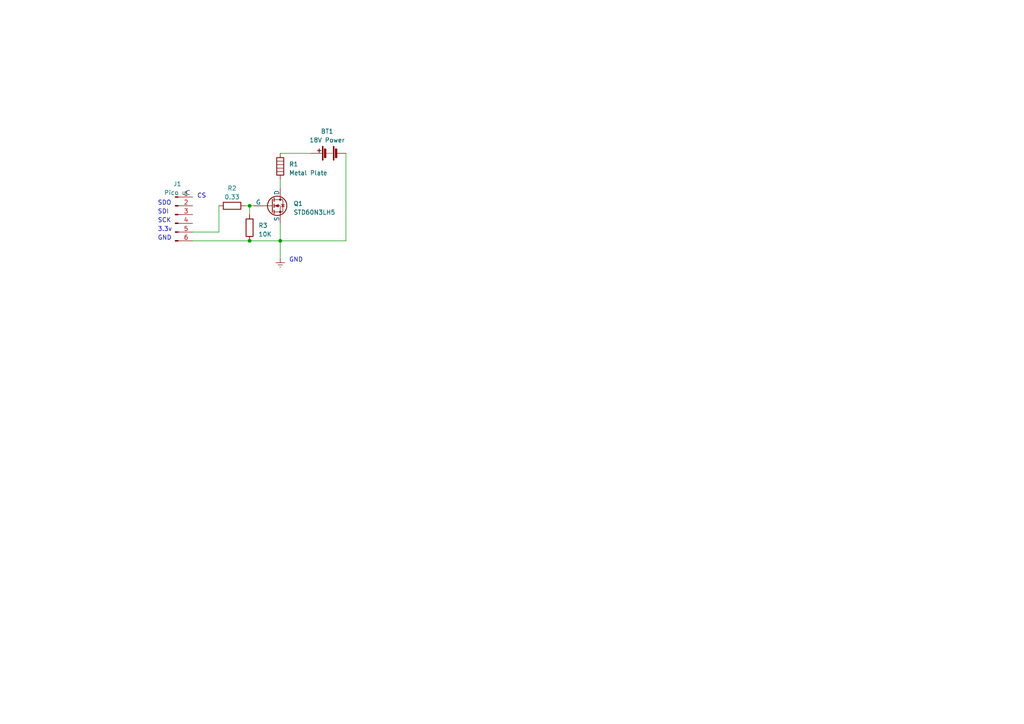
<source format=kicad_sch>
(kicad_sch (version 20230121) (generator eeschema)
  (paper "A4")
  (lib_symbols
    (symbol "Connector:Conn_01x06_Pin" (pin_names (offset 1.016) hide)
      (property "Reference" "J" (at 0 7.62 0))
      (property "Value" "Conn_01x06_Pin" (at 0 -10.16 0))
      (symbol "Conn_01x06_Pin_1_1"
        (polyline (pts (xy 1.27 -7.62) (xy 0.8636 -7.62)) (stroke (width 0.1524)))
        (polyline (pts (xy 1.27 -5.08) (xy 0.8636 -5.08)) (stroke (width 0.1524)))
        (polyline (pts (xy 1.27 -2.54) (xy 0.8636 -2.54)) (stroke (width 0.1524)))
        (polyline (pts (xy 1.27 0) (xy 0.8636 0)) (stroke (width 0.1524)))
        (polyline (pts (xy 1.27 2.54) (xy 0.8636 2.54)) (stroke (width 0.1524)))
        (polyline (pts (xy 1.27 5.08) (xy 0.8636 5.08)) (stroke (width 0.1524)))
        (rectangle (start 0.8636 -7.493) (end 0 -7.747) (stroke (width 0.1524)) (fill (type outline)))
        (rectangle (start 0.8636 -4.953) (end 0 -5.207) (stroke (width 0.1524)) (fill (type outline)))
        (rectangle (start 0.8636 -2.413) (end 0 -2.667) (stroke (width 0.1524)) (fill (type outline)))
        (rectangle (start 0.8636 0.127) (end 0 -0.127) (stroke (width 0.1524)) (fill (type outline)))
        (rectangle (start 0.8636 2.667) (end 0 2.413) (stroke (width 0.1524)) (fill (type outline)))
        (rectangle (start 0.8636 5.207) (end 0 4.953) (stroke (width 0.1524)) (fill (type outline)))
        (pin passive line (at 5.08 5.08 180) (length 3.81) (name "Pin_1") (number "1"))
        (pin passive line (at 5.08 2.54 180) (length 3.81) (name "Pin_2") (number "2"))
        (pin passive line (at 5.08 0 180) (length 3.81) (name "Pin_3") (number "3"))
        (pin passive line (at 5.08 -2.54 180) (length 3.81) (name "Pin_4") (number "4"))
        (pin passive line (at 5.08 -5.08 180) (length 3.81) (name "Pin_5") (number "5"))
        (pin passive line (at 5.08 -7.62 180) (length 3.81) (name "Pin_6") (number "6"))
      )
    )
    (symbol "Device:Battery" (pin_numbers hide) (pin_names (offset 0) hide)
      (property "Reference" "BT" (at 2.54 2.54 0))
      (property "Value" "Battery" (at 2.54 0 0))
      (symbol "Battery_0_1"
        (rectangle (start -2.032 -1.397) (end 2.032 -1.651) (fill (type outline)))
        (rectangle (start -2.032 1.778) (end 2.032 1.524) (fill (type outline)))
        (rectangle (start -1.3208 -1.9812) (end 1.27 -2.4892) (fill (type outline)))
        (rectangle (start -1.3208 1.1938) (end 1.27 0.6858) (fill (type outline)))
        (polyline (pts (xy 0 -1.524) (xy 0 -1.27)))
        (polyline (pts (xy 0 -1.016) (xy 0 -0.762)))
        (polyline (pts (xy 0 -0.508) (xy 0 -0.254)))
        (polyline (pts (xy 0 0) (xy 0 0.254)))
        (polyline (pts (xy 0 0.508) (xy 0 0.762)))
        (polyline (pts (xy 0 1.778) (xy 0 2.54)))
        (polyline (pts (xy 0.254 2.667) (xy 1.27 2.667)) (stroke (width 0.254)))
        (polyline (pts (xy 0.762 3.175) (xy 0.762 2.159)) (stroke (width 0.254)))
      )
      (symbol "Battery_1_1"
        (pin passive line (at 0 5.08 270) (length 2.54) (name "+") (number "1"))
        (pin passive line (at 0 -5.08 90) (length 2.54) (name "-") (number "2"))
      )
    )
    (symbol "Device:Heater" (pin_numbers hide) (pin_names (offset 0))
      (property "Reference" "R" (at 2.032 0 90))
      (property "Value" "Heater" (at -2.032 0 90))
      (symbol "Heater_0_1"
        (rectangle (start -1.016 -2.54) (end 1.016 2.54) (stroke (width 0.254)))
        (polyline (pts (xy -1.016 1.524) (xy 1.016 1.524)))
        (polyline (pts (xy 1.016 -1.524) (xy -1.016 -1.524)))
        (polyline (pts (xy 1.016 -0.508) (xy -1.016 -0.508)))
        (polyline (pts (xy 1.016 0.508) (xy -1.016 0.508)))
      )
      (symbol "Heater_1_1"
        (pin passive line (at 0 3.81 270) (length 1.27) (name "~") (number "1"))
        (pin passive line (at 0 -3.81 90) (length 1.27) (name "~") (number "2"))
      )
    )
    (symbol "Device:R" (pin_numbers hide) (pin_names (offset 0))
      (property "Reference" "R" (at 2.032 0 90))
      (property "Value" "R" (at 0 0 90))
      (symbol "R_0_1"
        (rectangle (start -1.016 -2.54) (end 1.016 2.54) (stroke (width 0.254)))
      )
      (symbol "R_1_1"
        (pin passive line (at 0 3.81 270) (length 1.27) (name "~") (number "1"))
        (pin passive line (at 0 -3.81 90) (length 1.27) (name "~") (number "2"))
      )
    )
    (symbol "Simulation_SPICE:NMOS" (pin_numbers hide) (pin_names (offset 0))
      (property "Reference" "Q" (at 5.08 1.27 0))
      (property "Value" "NMOS" (at 5.08 -1.27 0))
      (symbol "NMOS_0_1"
        (polyline (pts (xy 0.254 0) (xy -2.54 0)))
        (polyline (pts (xy 0.254 1.905) (xy 0.254 -1.905)) (stroke (width 0.254)))
        (polyline (pts (xy 0.762 -1.27) (xy 0.762 -2.286)) (stroke (width 0.254)))
        (polyline (pts (xy 0.762 0.508) (xy 0.762 -0.508)) (stroke (width 0.254)))
        (polyline (pts (xy 0.762 2.286) (xy 0.762 1.27)) (stroke (width 0.254)))
        (polyline (pts (xy 2.54 2.54) (xy 2.54 1.778)))
        (polyline (pts (xy 2.54 -2.54) (xy 2.54 0) (xy 0.762 0)))
        (polyline (pts (xy 0.762 -1.778) (xy 3.302 -1.778) (xy 3.302 1.778) (xy 0.762 1.778)))
        (polyline (pts (xy 1.016 0) (xy 2.032 0.381) (xy 2.032 -0.381) (xy 1.016 0)) (fill (type outline)))
        (polyline (pts (xy 2.794 0.508) (xy 2.921 0.381) (xy 3.683 0.381) (xy 3.81 0.254)))
        (polyline (pts (xy 3.302 0.381) (xy 2.921 -0.254) (xy 3.683 -0.254) (xy 3.302 0.381)))
        (circle (center 1.651 0) (radius 2.794) (stroke (width 0.254)))
        (circle (center 2.54 -1.778) (radius 0.254) (fill (type outline)))
        (circle (center 2.54 1.778) (radius 0.254) (fill (type outline)))
      )
      (symbol "NMOS_1_1"
        (pin passive line (at 2.54 5.08 270) (length 2.54) (name "D") (number "1"))
        (pin input line (at -5.08 0 0) (length 2.54) (name "G") (number "2"))
        (pin passive line (at 2.54 -5.08 90) (length 2.54) (name "S") (number "3"))
      )
    )
    (symbol "power:Earth" (power) (pin_names (offset 0))
      (symbol "Earth_0_1"
        (polyline (pts (xy -0.635 -1.905) (xy 0.635 -1.905)))
        (polyline (pts (xy -0.127 -2.54) (xy 0.127 -2.54)))
        (polyline (pts (xy 0 -1.27) (xy 0 0)))
        (polyline (pts (xy 1.27 -1.27) (xy -1.27 -1.27)))
      )
      (symbol "Earth_1_1"
        (pin power_in line (at 0 0 270) (length 0) hide (name "Earth") (number "1"))
      )
    )
  )
  (junction (at 81.28 69.85))
  (junction (at 72.39 69.85))
  (junction (at 72.39 59.69))
  (wire (pts (xy 55.88 69.85) (xy 72.39 69.85)))
  (wire (pts (xy 72.39 59.69) (xy 73.66 59.69)))
  (wire (pts (xy 81.28 52.07) (xy 81.28 54.61)))
  (wire (pts (xy 72.39 69.85) (xy 81.28 69.85)))
  (wire (pts (xy 55.88 67.31) (xy 63.5 67.31)))
  (wire (pts (xy 63.5 67.31) (xy 63.5 59.69)))
  (wire (pts (xy 81.28 64.77) (xy 81.28 69.85)))
  (wire (pts (xy 81.28 69.85) (xy 100.33 69.85)))
  (wire (pts (xy 71.12 59.69) (xy 72.39 59.69)))
  (wire (pts (xy 90.17 44.45) (xy 81.28 44.45)))
  (wire (pts (xy 72.39 59.69) (xy 72.39 62.23)))
  (wire (pts (xy 100.33 44.45) (xy 100.33 69.85)))
  (wire (pts (xy 81.28 69.85) (xy 81.28 74.93)))
  (text "SDO\n" (at 45.72 59.69 0) (effects (font (size 1.27 1.27)) (justify left bottom)))
  (text "3.3v" (at 45.72 67.31 0) (effects (font (size 1.27 1.27)) (justify left bottom)))
  (text "SDI\n" (at 45.72 62.23 0) (effects (font (size 1.27 1.27)) (justify left bottom)))
  (text "GND" (at 83.82 76.2 0) (effects (font (size 1.27 1.27)) (justify left bottom)))
  (text "GND" (at 45.72 69.85 0) (effects (font (size 1.27 1.27)) (justify left bottom)))
  (text "SCK" (at 45.72 64.77 0) (effects (font (size 1.27 1.27)) (justify left bottom)))
  (text "CS\n\n" (at 57.15 59.69 0) (effects (font (size 1.27 1.27)) (justify left bottom)))
  (symbol (lib_id "power:Earth") (at 81.28 74.93 0) (unit 1)
    (property "Reference" "#PWR01" (effects hide))
    (property "Value" "Earth" (effects hide))
  )
  (symbol (lib_id "Device:R") (at 72.39 66.04 0) (unit 1)
    (property "Reference" "R3" (at 74.93 65.405 0) (effects (justify left)))
    (property "Value" "10K" (at 74.93 67.945 0) (effects (justify left)))
  )
  (symbol (lib_id "Device:Heater") (at 81.28 48.26 0) (unit 1)
    (property "Reference" "R1" (at 83.82 47.625 0) (effects (justify left)))
    (property "Value" "Metal Plate" (at 83.82 50.165 0) (effects (justify left)))
  )
  (symbol (lib_id "Device:R") (at 67.31 59.69 270) (unit 1)
    (property "Reference" "R2" (at 67.31 54.61 90))
    (property "Value" "0.33" (at 67.31 57.15 90))
  )
  (symbol (lib_id "Simulation_SPICE:NMOS") (at 78.74 59.69 0) (unit 1)
    (property "Reference" "Q1" (at 85.09 59.055 0) (effects (justify left)))
    (property "Value" "STD60N3LH5" (at 85.09 61.595 0) (effects (justify left)))
    (property "Datasheet" "https://ngspice.sourceforge.io/docs/ngspice-manual.pdf" (effects hide))
    (property "Sim.Device" "NMOS" (effects hide))
    (property "Sim.Type" "VDMOS" (effects hide))
    (property "Sim.Pins" "1=D 2=G 3=S" (effects hide))
  )
  (symbol (lib_id "Connector:Conn_01x06_Pin") (at 50.8 62.23 0) (unit 1)
    (property "Reference" "J1" (at 51.435 53.34 0))
    (property "Value" "Pico uC" (at 51.435 55.88 0))
  )
  (symbol (lib_id "Device:Battery") (at 95.25 44.45 90) (unit 1)
    (property "Reference" "BT1" (at 94.869 38.1 90))
    (property "Value" "18V Power" (at 94.869 40.64 90))
  )
)
</source>
